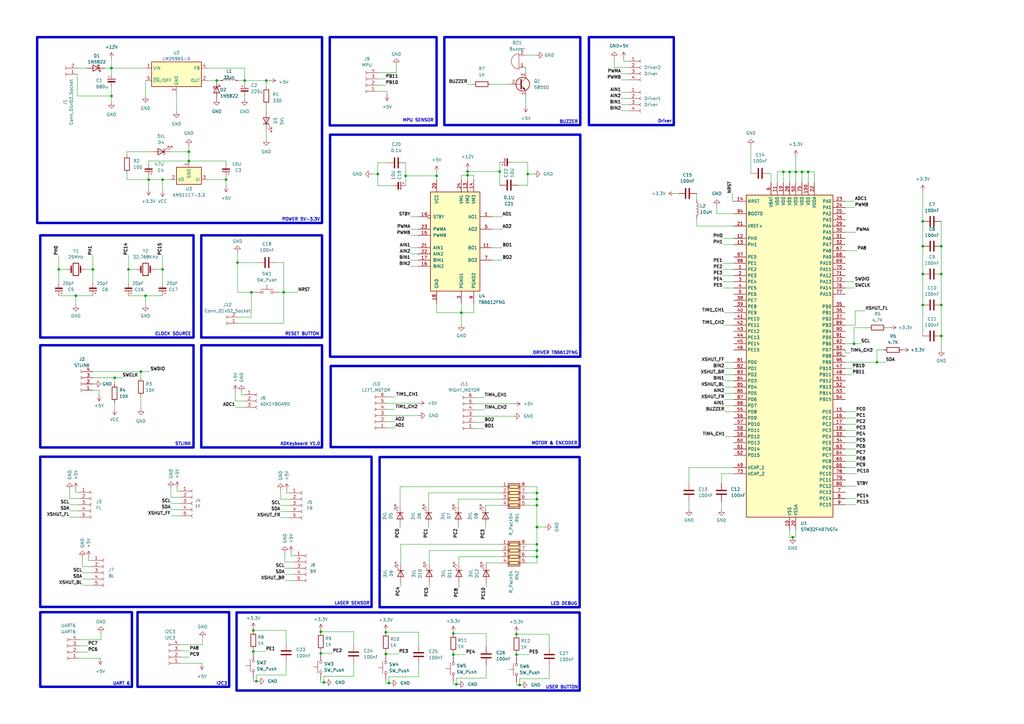
<source format=kicad_sch>
(kicad_sch (version 20230121) (generator eeschema)
  (paper "A3")
  (junction (at 325.12 220.345))
  (junction (at 116.332 119.888))
  (junction (at 378.46 125.095))
  (junction (at 386.08 125.095))
  (junction (at 159.512 280.162))
  (junction (at 24.13 110.49))
  (junction (at 220.218 204.724))
  (junction (at 100.33 33.02))
  (junction (at 211.836 260.096))
  (junction (at 52.705 110.49))
  (junction (at 92.71 73.66))
  (junction (at 158.242 268.224))
  (junction (at 60.96 73.66))
  (junction (at 103.886 267.208))
  (junction (at 131.572 259.08))
  (junction (at 59.69 121.285))
  (junction (at 77.47 66.04))
  (junction (at 216.408 71.374))
  (junction (at 185.928 259.842))
  (junction (at 38.1 110.49))
  (junction (at 378.46 112.395))
  (junction (at 158.242 259.334))
  (junction (at 220.218 223.266))
  (junction (at 97.409 107.696))
  (junction (at 88.9 33.02))
  (junction (at 46.99 154.94))
  (junction (at 213.106 280.924))
  (junction (at 109.22 33.02))
  (junction (at 191.77 71.882))
  (junction (at 103.886 258.572))
  (junction (at 154.94 71.374))
  (junction (at 105.156 279.4))
  (junction (at 185.928 268.478))
  (junction (at 103.124 119.888))
  (junction (at 204.978 70.358))
  (junction (at 323.85 70.485))
  (junction (at 45.72 27.94))
  (junction (at 328.93 70.485))
  (junction (at 66.675 110.49))
  (junction (at 331.47 70.485))
  (junction (at 189.23 128.27))
  (junction (at 187.198 280.67))
  (junction (at 321.31 70.485))
  (junction (at 350.266 140.97))
  (junction (at 57.785 152.4))
  (junction (at 378.46 100.965))
  (junction (at 220.218 216.154))
  (junction (at 220.218 225.806))
  (junction (at 378.46 90.805))
  (junction (at 45.72 39.37))
  (junction (at 386.08 137.795))
  (junction (at 211.836 268.478))
  (junction (at 66.675 73.66))
  (junction (at 131.572 267.97))
  (junction (at 132.842 279.908))
  (junction (at 386.08 100.965))
  (junction (at 77.47 62.23))
  (junction (at 191.77 70.358))
  (junction (at 220.218 207.264))
  (junction (at 166.37 72.136))
  (junction (at 179.07 72.136))
  (junction (at 386.08 112.395))
  (junction (at 359.664 148.59))
  (junction (at 220.218 228.346))
  (junction (at 220.218 202.184))
  (junction (at 326.39 70.485))
  (junction (at 31.115 121.285))
  (wire (pts (xy 103.886 267.208) (xy 103.886 267.97)))
  (wire (pts (xy 164.338 223.266) (xy 205.74 223.266)))
  (wire (pts (xy 31.115 121.285) (xy 38.1 121.285)))
  (wire (pts (xy 45.72 35.56) (xy 45.72 39.37)))
  (wire (pts (xy 362.458 143.51) (xy 359.664 143.51)))
  (wire (pts (xy 296.418 110.49) (xy 300.99 110.49)))
  (wire (pts (xy 152.4 71.374) (xy 154.94 71.374)))
  (wire (pts (xy 97.409 119.888) (xy 103.124 119.888)))
  (wire (pts (xy 216.408 66.548) (xy 216.408 71.374)))
  (wire (pts (xy 38.1 104.775) (xy 38.1 110.49)))
  (wire (pts (xy 32.385 201.93) (xy 31.115 201.93)))
  (wire (pts (xy 131.572 267.97) (xy 131.572 268.478)))
  (wire (pts (xy 386.08 100.965) (xy 386.08 112.395)))
  (wire (pts (xy 189.23 128.27) (xy 194.31 128.27)))
  (wire (pts (xy 189.23 73.66) (xy 189.23 71.882)))
  (wire (pts (xy 254.762 42.926) (xy 257.81 42.926)))
  (wire (pts (xy 346.71 95.25) (xy 351.028 95.25)))
  (wire (pts (xy 132.842 277.368) (xy 132.842 279.908)))
  (wire (pts (xy 166.37 66.802) (xy 166.37 72.136)))
  (wire (pts (xy 296.418 107.95) (xy 300.99 107.95)))
  (wire (pts (xy 158.242 267.208) (xy 158.242 268.224)))
  (wire (pts (xy 175.768 215.392) (xy 175.768 216.662)))
  (wire (pts (xy 103.886 258.064) (xy 103.886 258.572)))
  (wire (pts (xy 52.705 110.49) (xy 55.88 110.49)))
  (wire (pts (xy 74.168 272.034) (xy 82.804 272.034)))
  (wire (pts (xy 117.348 263.906) (xy 117.348 258.572)))
  (wire (pts (xy 85.09 73.66) (xy 92.71 73.66)))
  (wire (pts (xy 194.31 124.46) (xy 194.31 128.27)))
  (wire (pts (xy 176.022 231.394) (xy 176.022 225.806)))
  (wire (pts (xy 38.1 157.48) (xy 38.735 157.48)))
  (wire (pts (xy 166.37 72.136) (xy 166.37 76.2)))
  (wire (pts (xy 285.75 92.71) (xy 285.75 89.535)))
  (wire (pts (xy 346.71 153.67) (xy 349.504 153.67)))
  (wire (pts (xy 116.332 132.588) (xy 116.332 119.888)))
  (wire (pts (xy 300.355 82.55) (xy 300.355 79.375)))
  (wire (pts (xy 185.928 267.716) (xy 185.928 268.478)))
  (wire (pts (xy 166.37 72.136) (xy 179.07 72.136)))
  (wire (pts (xy 32.385 204.47) (xy 28.575 204.47)))
  (wire (pts (xy 201.93 93.98) (xy 205.994 93.98)))
  (wire (pts (xy 38.1 160.02) (xy 40.64 160.02)))
  (wire (pts (xy 92.71 66.04) (xy 92.71 67.31)))
  (wire (pts (xy 100.33 33.02) (xy 109.22 33.02)))
  (wire (pts (xy 350.266 134.366) (xy 350.266 140.97)))
  (wire (pts (xy 346.71 168.91) (xy 351.028 168.91)))
  (wire (pts (xy 24.13 104.775) (xy 24.13 110.49)))
  (wire (pts (xy 194.31 73.66) (xy 194.31 71.882)))
  (wire (pts (xy 220.218 225.806) (xy 215.9 225.806)))
  (wire (pts (xy 215.9 230.886) (xy 220.218 230.886)))
  (wire (pts (xy 103.886 258.572) (xy 103.886 258.826)))
  (wire (pts (xy 145.034 264.414) (xy 145.034 259.08)))
  (wire (pts (xy 66.675 73.66) (xy 69.85 73.66)))
  (wire (pts (xy 213.106 280.924) (xy 213.614 280.924)))
  (wire (pts (xy 185.928 280.67) (xy 187.198 280.67)))
  (wire (pts (xy 199.136 207.264) (xy 205.74 207.264)))
  (wire (pts (xy 74.168 269.494) (xy 77.724 269.494)))
  (wire (pts (xy 113.284 107.696) (xy 116.332 107.696)))
  (wire (pts (xy 194.818 170.688) (xy 210.566 170.688)))
  (wire (pts (xy 199.39 239.014) (xy 199.39 240.792)))
  (wire (pts (xy 158.75 172.974) (xy 162.052 172.974)))
  (wire (pts (xy 323.85 70.485) (xy 323.85 74.93)))
  (wire (pts (xy 52.705 104.775) (xy 52.705 110.49)))
  (wire (pts (xy 66.675 73.66) (xy 66.675 78.105)))
  (wire (pts (xy 116.84 233.045) (xy 120.65 233.045)))
  (wire (pts (xy 28.575 207.01) (xy 32.385 207.01)))
  (wire (pts (xy 117.348 276.86) (xy 105.156 276.86)))
  (wire (pts (xy 215.646 29.464) (xy 215.646 27.686)))
  (wire (pts (xy 168.402 104.14) (xy 171.45 104.14)))
  (wire (pts (xy 32.512 264.922) (xy 36.068 264.922)))
  (wire (pts (xy 297.18 156.21) (xy 300.99 156.21)))
  (wire (pts (xy 32.512 267.462) (xy 36.068 267.462)))
  (wire (pts (xy 116.84 230.505) (xy 116.84 226.695)))
  (wire (pts (xy 119.38 227.965) (xy 119.38 226.695)))
  (wire (pts (xy 43.18 27.94) (xy 45.72 27.94)))
  (wire (pts (xy 220.218 202.184) (xy 220.218 204.724)))
  (wire (pts (xy 100.33 161.925) (xy 99.06 161.925)))
  (wire (pts (xy 131.572 266.954) (xy 131.572 267.97)))
  (wire (pts (xy 191.77 71.882) (xy 191.77 73.66)))
  (wire (pts (xy 295.91 205.74) (xy 295.91 208.915)))
  (wire (pts (xy 77.47 62.23) (xy 77.47 66.04)))
  (wire (pts (xy 188.214 239.014) (xy 188.214 241.046)))
  (wire (pts (xy 296.418 113.03) (xy 300.99 113.03)))
  (wire (pts (xy 346.71 199.39) (xy 351.282 199.39)))
  (wire (pts (xy 257.81 25.146) (xy 255.778 25.146)))
  (wire (pts (xy 296.545 100.33) (xy 300.99 100.33)))
  (wire (pts (xy 97.79 130.048) (xy 103.124 130.048)))
  (wire (pts (xy 300.99 87.63) (xy 294.005 87.63)))
  (wire (pts (xy 307.975 59.69) (xy 307.975 71.12)))
  (wire (pts (xy 97.409 107.696) (xy 105.664 107.696)))
  (wire (pts (xy 59.69 121.285) (xy 66.675 121.285)))
  (wire (pts (xy 52.07 62.23) (xy 62.23 62.23)))
  (wire (pts (xy 297.18 153.67) (xy 300.99 153.67)))
  (wire (pts (xy 346.71 176.53) (xy 351.028 176.53)))
  (wire (pts (xy 171.704 264.668) (xy 171.704 259.334)))
  (wire (pts (xy 211.836 268.478) (xy 211.836 269.494)))
  (wire (pts (xy 187.96 215.392) (xy 187.96 216.662)))
  (wire (pts (xy 300.99 92.71) (xy 285.75 92.71)))
  (wire (pts (xy 254.762 45.466) (xy 257.81 45.466)))
  (wire (pts (xy 38.1 110.49) (xy 38.1 116.205)))
  (wire (pts (xy 386.08 125.095) (xy 386.08 137.795)))
  (wire (pts (xy 315.595 71.12) (xy 316.23 71.12)))
  (wire (pts (xy 297.18 148.59) (xy 300.99 148.59)))
  (wire (pts (xy 159.512 280.162) (xy 160.02 280.162)))
  (wire (pts (xy 201.422 34.544) (xy 208.026 34.544)))
  (wire (pts (xy 220.218 223.266) (xy 220.218 216.154)))
  (wire (pts (xy 282.575 191.77) (xy 282.575 198.12)))
  (wire (pts (xy 194.31 71.882) (xy 191.77 71.882)))
  (wire (pts (xy 158.242 268.224) (xy 163.576 268.224)))
  (wire (pts (xy 32.512 270.002) (xy 41.148 270.002)))
  (wire (pts (xy 189.23 128.27) (xy 189.23 124.46)))
  (wire (pts (xy 191.008 268.478) (xy 185.928 268.478)))
  (wire (pts (xy 282.575 205.74) (xy 282.575 208.915)))
  (wire (pts (xy 116.332 107.696) (xy 116.332 119.888)))
  (wire (pts (xy 110.49 33.02) (xy 109.22 33.02)))
  (wire (pts (xy 70.104 209.042) (xy 73.914 209.042)))
  (wire (pts (xy 70.104 206.502) (xy 73.914 206.502)))
  (wire (pts (xy 326.39 220.345) (xy 325.12 220.345)))
  (wire (pts (xy 77.47 66.04) (xy 92.71 66.04)))
  (wire (pts (xy 220.218 225.806) (xy 220.218 223.266)))
  (wire (pts (xy 164.084 215.392) (xy 164.084 216.662)))
  (wire (pts (xy 276.86 79.375) (xy 278.13 79.375)))
  (wire (pts (xy 27.305 110.49) (xy 24.13 110.49)))
  (wire (pts (xy 300.99 194.31) (xy 295.91 194.31)))
  (wire (pts (xy 211.836 259.588) (xy 211.836 260.096)))
  (wire (pts (xy 297.18 166.37) (xy 300.99 166.37)))
  (wire (pts (xy 350.774 127.508) (xy 350.774 133.35)))
  (wire (pts (xy 33.782 234.95) (xy 37.592 234.95)))
  (wire (pts (xy 346.71 82.55) (xy 350.52 82.55)))
  (wire (pts (xy 31.115 121.285) (xy 31.115 125.095)))
  (wire (pts (xy 191.77 70.358) (xy 204.978 70.358)))
  (wire (pts (xy 158.242 278.892) (xy 158.242 280.162)))
  (wire (pts (xy 318.77 70.485) (xy 321.31 70.485)))
  (wire (pts (xy 191.77 70.358) (xy 191.77 69.596)))
  (wire (pts (xy 161.29 76.2) (xy 154.94 76.2)))
  (wire (pts (xy 350.266 140.97) (xy 353.06 140.97)))
  (wire (pts (xy 378.46 78.486) (xy 378.46 90.805)))
  (wire (pts (xy 99.06 161.925) (xy 99.06 160.655)))
  (wire (pts (xy 114.554 119.888) (xy 116.332 119.888)))
  (wire (pts (xy 185.928 259.842) (xy 185.928 260.096)))
  (wire (pts (xy 46.99 165.1) (xy 46.99 167.64)))
  (wire (pts (xy 92.71 73.66) (xy 92.71 76.2)))
  (wire (pts (xy 199.39 259.842) (xy 185.928 259.842)))
  (wire (pts (xy 300.99 191.77) (xy 282.575 191.77)))
  (wire (pts (xy 57.785 162.56) (xy 57.785 167.64)))
  (wire (pts (xy 131.572 267.97) (xy 136.398 267.97)))
  (wire (pts (xy 164.084 207.772) (xy 164.084 199.644)))
  (wire (pts (xy 158.75 170.434) (xy 171.704 170.434)))
  (wire (pts (xy 28.575 209.55) (xy 32.385 209.55)))
  (wire (pts (xy 63.5 110.49) (xy 66.675 110.49)))
  (wire (pts (xy 57.785 152.4) (xy 57.785 154.94)))
  (wire (pts (xy 97.79 132.588) (xy 116.332 132.588)))
  (wire (pts (xy 115.062 212.344) (xy 118.872 212.344)))
  (wire (pts (xy 321.31 70.485) (xy 323.85 70.485)))
  (wire (pts (xy 52.07 73.66) (xy 60.96 73.66)))
  (wire (pts (xy 33.782 232.41) (xy 33.782 228.6)))
  (wire (pts (xy 52.705 121.285) (xy 59.69 121.285)))
  (wire (pts (xy 31.115 201.93) (xy 31.115 200.66)))
  (wire (pts (xy 220.218 230.886) (xy 220.218 228.346)))
  (wire (pts (xy 131.572 279.908) (xy 132.842 279.908)))
  (wire (pts (xy 225.298 278.384) (xy 213.106 278.384)))
  (wire (pts (xy 346.71 140.97) (xy 350.266 140.97)))
  (wire (pts (xy 154.94 29.845) (xy 162.56 29.845)))
  (wire (pts (xy 297.18 161.29) (xy 300.99 161.29)))
  (wire (pts (xy 57.785 152.4) (xy 61.595 152.4)))
  (wire (pts (xy 199.39 265.176) (xy 199.39 259.842)))
  (wire (pts (xy 326.39 64.262) (xy 326.39 70.485)))
  (wire (pts (xy 225.298 260.096) (xy 211.836 260.096)))
  (wire (pts (xy 92.71 72.39) (xy 92.71 73.66)))
  (wire (pts (xy 194.818 173.228) (xy 198.628 173.228)))
  (wire (pts (xy 213.106 278.384) (xy 213.106 280.924)))
  (wire (pts (xy 211.836 267.97) (xy 211.836 268.478)))
  (wire (pts (xy 378.46 100.965) (xy 378.46 112.395)))
  (wire (pts (xy 45.72 24.13) (xy 45.72 27.94)))
  (wire (pts (xy 179.07 124.46) (xy 179.07 128.27)))
  (wire (pts (xy 73.914 203.962) (xy 70.104 203.962)))
  (wire (pts (xy 115.062 209.804) (xy 118.872 209.804)))
  (wire (pts (xy 109.22 45.72) (xy 109.22 43.18)))
  (wire (pts (xy 60.96 66.04) (xy 77.47 66.04)))
  (wire (pts (xy 154.94 71.374) (xy 154.94 66.802)))
  (wire (pts (xy 323.85 217.17) (xy 323.85 220.345)))
  (wire (pts (xy 346.71 148.59) (xy 359.664 148.59)))
  (wire (pts (xy 254.762 32.766) (xy 257.81 32.766)))
  (wire (pts (xy 187.96 204.724) (xy 205.74 204.724)))
  (wire (pts (xy 154.94 34.925) (xy 158.115 34.925)))
  (wire (pts (xy 116.332 119.888) (xy 122.174 119.888)))
  (wire (pts (xy 77.47 59.69) (xy 77.47 62.23)))
  (wire (pts (xy 215.646 27.686) (xy 215.392 27.686)))
  (wire (pts (xy 158.242 280.162) (xy 159.512 280.162)))
  (wire (pts (xy 97.79 33.02) (xy 100.33 33.02)))
  (wire (pts (xy 60.96 72.39) (xy 60.96 73.66)))
  (wire (pts (xy 131.572 259.08) (xy 131.572 259.334)))
  (wire (pts (xy 103.886 267.208) (xy 108.966 267.208)))
  (wire (pts (xy 346.71 173.99) (xy 351.028 173.99)))
  (wire (pts (xy 41.402 262.382) (xy 41.402 259.588)))
  (wire (pts (xy 103.886 278.13) (xy 103.886 279.4)))
  (wire (pts (xy 194.818 175.768) (xy 198.628 175.768)))
  (wire (pts (xy 131.572 278.638) (xy 131.572 279.908)))
  (wire (pts (xy 185.928 279.4) (xy 185.928 280.67)))
  (wire (pts (xy 386.08 137.795) (xy 386.08 143.51)))
  (wire (pts (xy 346.71 85.09) (xy 350.52 85.09)))
  (wire (pts (xy 359.664 148.59) (xy 363.22 148.59)))
  (wire (pts (xy 185.928 268.478) (xy 185.928 269.24)))
  (wire (pts (xy 38.1 152.4) (xy 57.785 152.4)))
  (wire (pts (xy 179.07 128.27) (xy 189.23 128.27)))
  (wire (pts (xy 346.71 191.77) (xy 351.028 191.77)))
  (wire (pts (xy 164.084 199.644) (xy 205.74 199.644)))
  (wire (pts (xy 251.968 23.876) (xy 251.968 27.686)))
  (wire (pts (xy 326.39 70.485) (xy 328.93 70.485)))
  (wire (pts (xy 100.33 27.94) (xy 100.33 33.02)))
  (wire (pts (xy 100.33 164.465) (xy 96.52 164.465)))
  (wire (pts (xy 216.916 268.478) (xy 211.836 268.478)))
  (wire (pts (xy 100.33 39.37) (xy 100.33 40.64)))
  (wire (pts (xy 38.1 154.94) (xy 46.99 154.94)))
  (wire (pts (xy 378.46 90.805) (xy 378.46 100.965)))
  (wire (pts (xy 285.75 79.375) (xy 285.75 81.915)))
  (wire (pts (xy 45.72 30.48) (xy 45.72 27.94)))
  (wire (pts (xy 218.948 71.374) (xy 216.408 71.374)))
  (wire (pts (xy 210.058 66.548) (xy 216.408 66.548)))
  (wire (pts (xy 323.85 220.345) (xy 325.12 220.345)))
  (wire (pts (xy 69.85 62.23) (xy 77.47 62.23)))
  (wire (pts (xy 175.768 207.772) (xy 175.768 202.184)))
  (wire (pts (xy 215.646 39.624) (xy 215.646 43.434)))
  (wire (pts (xy 66.675 110.49) (xy 66.675 116.205)))
  (wire (pts (xy 168.402 88.9) (xy 171.45 88.9)))
  (wire (pts (xy 346.71 186.69) (xy 351.028 186.69)))
  (wire (pts (xy 45.72 27.94) (xy 59.69 27.94)))
  (wire (pts (xy 168.402 96.52) (xy 171.45 96.52)))
  (wire (pts (xy 386.08 112.395) (xy 386.08 125.095)))
  (wire (pts (xy 158.75 162.814) (xy 162.306 162.814)))
  (wire (pts (xy 346.71 151.13) (xy 349.504 151.13)))
  (wire (pts (xy 158.75 175.514) (xy 162.052 175.514)))
  (wire (pts (xy 162.56 29.845) (xy 162.56 26.67)))
  (wire (pts (xy 158.75 167.894) (xy 162.052 167.894)))
  (wire (pts (xy 201.93 106.68) (xy 205.994 106.68)))
  (wire (pts (xy 158.75 37.465) (xy 158.75 38.735)))
  (wire (pts (xy 74.168 264.414) (xy 83.058 264.414)))
  (wire (pts (xy 191.77 34.544) (xy 193.802 34.544)))
  (wire (pts (xy 346.71 194.31) (xy 351.282 194.31)))
  (wire (pts (xy 88.9 33.02) (xy 90.17 33.02)))
  (wire (pts (xy 216.408 71.374) (xy 216.408 75.946)))
  (wire (pts (xy 321.31 70.485) (xy 321.31 74.93)))
  (wire (pts (xy 103.886 266.446) (xy 103.886 267.208)))
  (wire (pts (xy 46.99 154.94) (xy 46.99 157.48)))
  (wire (pts (xy 118.872 204.724) (xy 115.062 204.724)))
  (wire (pts (xy 346.71 143.51) (xy 346.71 144.78)))
  (wire (pts (xy 31.75 39.37) (xy 45.72 39.37)))
  (wire (pts (xy 168.402 106.68) (xy 171.45 106.68)))
  (wire (pts (xy 74.168 266.954) (xy 77.724 266.954)))
  (wire (pts (xy 176.022 225.806) (xy 205.74 225.806)))
  (wire (pts (xy 117.348 258.572) (xy 103.886 258.572)))
  (wire (pts (xy 346.71 204.47) (xy 351.155 204.47)))
  (wire (pts (xy 297.18 133.35) (xy 300.99 133.35)))
  (wire (pts (xy 220.218 202.184) (xy 215.9 202.184)))
  (wire (pts (xy 188.214 231.394) (xy 188.214 228.346)))
  (wire (pts (xy 31.75 30.48) (xy 31.75 39.37)))
  (wire (pts (xy 220.218 204.724) (xy 220.218 207.264)))
  (wire (pts (xy 211.836 280.924) (xy 213.106 280.924)))
  (wire (pts (xy 85.09 27.94) (xy 100.33 27.94)))
  (wire (pts (xy 40.64 160.02) (xy 40.64 161.925)))
  (wire (pts (xy 31.75 27.94) (xy 35.56 27.94)))
  (wire (pts (xy 70.104 203.962) (xy 70.104 200.152)))
  (wire (pts (xy 296.545 97.79) (xy 300.99 97.79)))
  (wire (pts (xy 191.77 71.882) (xy 191.77 70.358)))
  (wire (pts (xy 179.07 70.612) (xy 179.07 72.136)))
  (wire (pts (xy 297.18 158.75) (xy 300.99 158.75)))
  (wire (pts (xy 33.782 237.49) (xy 37.592 237.49)))
  (wire (pts (xy 145.034 259.08) (xy 131.572 259.08)))
  (wire (pts (xy 211.836 260.096) (xy 211.836 260.35)))
  (wire (pts (xy 154.94 66.802) (xy 158.75 66.802)))
  (wire (pts (xy 37.592 229.87) (xy 36.322 229.87)))
  (wire (pts (xy 103.124 119.888) (xy 104.394 119.888)))
  (wire (pts (xy 350.774 127.508) (xy 354.838 127.508)))
  (wire (pts (xy 254.762 40.386) (xy 257.81 40.386)))
  (wire (pts (xy 220.218 228.346) (xy 215.9 228.346)))
  (wire (pts (xy 346.71 118.11) (xy 350.52 118.11)))
  (wire (pts (xy 204.978 70.358) (xy 204.978 75.946)))
  (wire (pts (xy 60.96 73.66) (xy 60.96 77.47)))
  (wire (pts (xy 60.96 66.04) (xy 60.96 67.31)))
  (wire (pts (xy 220.218 228.346) (xy 220.218 225.806)))
  (wire (pts (xy 328.93 70.485) (xy 331.47 70.485)))
  (wire (pts (xy 251.968 27.686) (xy 257.81 27.686)))
  (wire (pts (xy 199.39 272.796) (xy 199.39 278.13)))
  (wire (pts (xy 225.298 265.43) (xy 225.298 260.096)))
  (wire (pts (xy 215.392 22.606) (xy 219.964 22.606)))
  (wire (pts (xy 34.925 110.49) (xy 38.1 110.49)))
  (wire (pts (xy 185.928 259.334) (xy 185.928 259.842)))
  (wire (pts (xy 117.602 202.184) (xy 117.602 200.914)))
  (wire (pts (xy 36.322 229.87) (xy 36.322 228.6)))
  (wire (pts (xy 70.104 211.582) (xy 73.914 211.582)))
  (wire (pts (xy 346.71 189.23) (xy 351.028 189.23)))
  (wire (pts (xy 158.242 259.334) (xy 158.242 259.588)))
  (wire (pts (xy 294.005 87.63) (xy 294.005 84.455)))
  (wire (pts (xy 72.644 201.422) (xy 72.644 200.152)))
  (wire (pts (xy 220.218 207.264) (xy 220.218 216.154)))
  (wire (pts (xy 296.418 115.57) (xy 300.99 115.57)))
  (wire (pts (xy 100.33 33.02) (xy 100.33 34.29)))
  (wire (pts (xy 318.77 74.93) (xy 318.77 70.485)))
  (wire (pts (xy 117.348 271.526) (xy 117.348 276.86)))
  (wire (pts (xy 331.47 74.93) (xy 331.47 70.485)))
  (wire (pts (xy 194.818 165.608) (xy 210.82 165.608)))
  (wire (pts (xy 187.198 278.13) (xy 187.198 280.67)))
  (wire (pts (xy 24.13 110.49) (xy 24.13 116.205)))
  (wire (pts (xy 201.93 88.9) (xy 205.994 88.9)))
  (wire (pts (xy 105.156 276.86) (xy 105.156 279.4)))
  (wire (pts (xy 220.218 199.644) (xy 220.218 202.184)))
  (wire (pts (xy 199.136 207.772) (xy 199.136 207.264)))
  (wire (pts (xy 201.93 101.6) (xy 205.994 101.6)))
  (wire (pts (xy 103.124 130.048) (xy 103.124 119.888)))
  (wire (pts (xy 164.338 239.014) (xy 164.338 240.538)))
  (wire (pts (xy 328.93 74.93) (xy 328.93 70.485)))
  (wire (pts (xy 350.774 133.35) (xy 346.71 133.35)))
  (wire (pts (xy 334.01 74.93) (xy 334.01 70.485)))
  (wire (pts (xy 154.94 32.385) (xy 158.115 32.385)))
  (wire (pts (xy 346.71 171.45) (xy 351.028 171.45)))
  (wire (pts (xy 326.39 217.17) (xy 326.39 220.345)))
  (wire (pts (xy 171.704 259.334) (xy 158.242 259.334)))
  (wire (pts (xy 189.23 71.882) (xy 191.77 71.882)))
  (wire (pts (xy 179.07 72.136) (xy 179.07 73.66)))
  (wire (pts (xy 199.39 231.394) (xy 199.39 230.886)))
  (wire (pts (xy 346.71 144.78) (xy 348.742 144.78)))
  (wire (pts (xy 188.214 228.346) (xy 205.74 228.346)))
  (wire (pts (xy 120.65 227.965) (xy 119.38 227.965)))
  (wire (pts (xy 189.23 128.524) (xy 189.23 133.096)))
  (wire (pts (xy 132.842 279.908) (xy 133.35 279.908)))
  (wire (pts (xy 211.836 279.654) (xy 211.836 280.924)))
  (wire (pts (xy 199.136 215.392) (xy 199.136 216.916)))
  (wire (pts (xy 72.39 38.1) (xy 72.39 45.72)))
  (wire (pts (xy 37.592 232.41) (xy 33.782 232.41)))
  (wire (pts (xy 97.409 103.378) (xy 97.409 107.696)))
  (wire (pts (xy 154.94 37.465) (xy 158.75 37.465)))
  (wire (pts (xy 52.07 62.23) (xy 52.07 63.5)))
  (wire (pts (xy 73.914 201.422) (xy 72.644 201.422)))
  (wire (pts (xy 105.156 279.4) (xy 105.664 279.4)))
  (wire (pts (xy 145.034 272.034) (xy 145.034 277.368)))
  (wire (pts (xy 159.512 277.622) (xy 159.512 280.162)))
  (wire (pts (xy 297.18 128.27) (xy 300.99 128.27)))
  (wire (pts (xy 254.762 37.846) (xy 257.81 37.846)))
  (wire (pts (xy 97.409 107.696) (xy 97.409 119.888)))
  (wire (pts (xy 254.762 30.226) (xy 257.81 30.226)))
  (wire (pts (xy 59.69 33.02) (xy 59.69 39.37)))
  (wire (pts (xy 176.022 239.014) (xy 176.022 240.792)))
  (wire (pts (xy 145.034 277.368) (xy 132.842 277.368)))
  (wire (pts (xy 115.062 204.724) (xy 115.062 200.914)))
  (wire (pts (xy 194.818 163.068) (xy 198.628 163.068)))
  (wire (pts (xy 175.768 202.184) (xy 205.74 202.184)))
  (wire (pts (xy 45.72 39.37) (xy 45.72 41.91)))
  (wire (pts (xy 297.434 179.07) (xy 300.99 179.07)))
  (wire (pts (xy 103.886 279.4) (xy 105.156 279.4)))
  (wire (pts (xy 28.575 212.09) (xy 32.385 212.09)))
  (wire (pts (xy 297.18 151.13) (xy 300.99 151.13)))
  (wire (pts (xy 295.91 194.31) (xy 295.91 198.12)))
  (wire (pts (xy 359.664 143.51) (xy 359.664 148.59)))
  (wire (pts (xy 363.728 134.366) (xy 364.998 134.366)))
  (wire (pts (xy 168.402 109.22) (xy 171.45 109.22)))
  (wire (pts (xy 131.572 258.572) (xy 131.572 259.08)))
  (wire (pts (xy 296.418 118.11) (xy 300.99 118.11)))
  (wire (pts (xy 216.408 75.946) (xy 212.598 75.946)))
  (wire (pts (xy 346.71 102.87) (xy 351.536 102.87)))
  (wire (pts (xy 52.705 110.49) (xy 52.705 116.205)))
  (wire (pts (xy 220.218 204.724) (xy 215.9 204.724)))
  (wire (pts (xy 297.18 168.91) (xy 300.99 168.91)))
  (wire (pts (xy 154.94 76.2) (xy 154.94 71.374)))
  (wire (pts (xy 168.402 93.98) (xy 171.45 93.98)))
  (wire (pts (xy 215.9 207.264) (xy 220.218 207.264)))
  (wire (pts (xy 346.71 115.57) (xy 350.52 115.57)))
  (wire (pts (xy 109.22 53.34) (xy 109.22 57.15)))
  (wire (pts (xy 33.782 240.03) (xy 37.592 240.03)))
  (wire (pts (xy 334.01 70.485) (xy 331.47 70.485)))
  (wire (pts (xy 187.96 207.772) (xy 187.96 204.724)))
  (wire (pts (xy 225.298 273.05) (xy 225.298 278.384)))
  (wire (pts (xy 115.062 207.264) (xy 118.872 207.264)))
  (wire (pts (xy 85.09 33.02) (xy 88.9 33.02)))
  (wire (pts (xy 316.23 71.12) (xy 316.23 74.93)))
  (wire (pts (xy 378.46 112.395) (xy 378.46 125.095)))
  (wire (pts (xy 326.39 70.485) (xy 326.39 74.93)))
  (wire (pts (xy 158.242 258.826) (xy 158.242 259.334)))
  (wire (pts (xy 194.818 168.148) (xy 198.628 168.148)))
  (wire (pts (xy 323.85 70.485) (xy 326.39 70.485)))
  (wire (pts (xy 300.99 82.55) (xy 300.355 82.55)))
  (wire (pts (xy 171.704 272.288) (xy 171.704 277.622)))
  (wire (pts (xy 158.242 268.224) (xy 158.242 268.732)))
  (wire (pts (xy 164.338 231.394) (xy 164.338 223.266)))
  (wire (pts (xy 60.96 73.66) (xy 66.675 73.66)))
  (wire (pts (xy 28.575 204.47) (xy 28.575 200.66)))
  (wire (pts (xy 220.218 223.266) (xy 215.9 223.266)))
  (wire (pts (xy 346.71 184.15) (xy 351.028 184.15)))
  (wire (pts (xy 96.52 164.465) (xy 96.52 160.655)))
  (wire (pts (xy 297.18 163.83) (xy 300.99 163.83)))
  (wire (pts (xy 168.402 101.6) (xy 171.45 101.6)))
  (wire (pts (xy 109.22 33.02) (xy 109.22 35.56)))
  (wire (pts (xy 158.75 165.354) (xy 171.45 165.354)))
  (wire (pts (xy 96.52 167.005) (xy 100.33 167.005)))
  (wire (pts (xy 199.39 278.13) (xy 187.198 278.13)))
  (wire (pts (xy 386.08 90.805) (xy 386.08 100.965)))
  (wire (pts (xy 346.71 181.61) (xy 351.028 181.61)))
  (wire (pts (xy 346.71 207.01) (xy 351.155 207.01)))
  (wire (pts (xy 187.198 280.67) (xy 187.706 280.67)))
  (wire (pts (xy 255.778 25.146) (xy 255.778 23.876)))
  (wire (pts (xy 66.675 104.775) (xy 66.675 110.49)))
  (wire (pts (xy 378.46 125.095) (xy 378.46 137.795)))
  (wire (pts (xy 204.978 66.548) (xy 204.978 70.358)))
  (wire (pts (xy 350.266 134.366) (xy 356.108 134.366)))
  (wire (pts (xy 118.872 202.184) (xy 117.602 202.184)))
  (wire (pts (xy 46.99 154.94) (xy 50.165 154.94)))
  (wire (pts (xy 215.9 199.644) (xy 220.218 199.644)))
  (wire (pts (xy 116.84 235.585) (xy 120.65 235.585)))
  (wire (pts (xy 116.84 238.125) (xy 120.65 238.125)))
  (wire (pts (xy 24.13 121.285) (xy 31.115 121.285)))
  (wire (pts (xy 83.058 264.414) (xy 83.058 261.62)))
  (wire (pts (xy 59.69 121.285) (xy 59.69 125.095)))
  (wire (pts (xy 32.512 262.382) (xy 41.402 262.382)))
  (wire (pts (xy 120.65 230.505) (xy 116.84 230.505)))
  (wire (pts (xy 220.218 216.154) (xy 223.52 216.154)))
  (wire (pts (xy 52.07 71.12) (xy 52.07 73.66)))
  (wire (pts (xy 171.704 277.622) (xy 159.512 277.622)))
  (wire (pts (xy 346.71 179.07) (xy 351.028 179.07)))
  (wire (pts (xy 199.39 230.886) (xy 205.74 230.886)))
  (rectangle (start 16.51 141.605) (end 79.375 183.515) (stroke (width 1)))
  (rectangle (start 82.55 96.52) (end 132.08 138.43) (stroke (width 1)))
  (rectangle (start 135.255 15.24) (end 179.07 51.435) (stroke (width 1)))
  (rectangle (start 56.388 251.079) (end 93.98 281.686) (stroke (width 1)))
  (rectangle (start 15.24 15.24) (end 132.08 91.44) (stroke (width 1)))
  (rectangle (start 16.51 251.079) (end 54.102 281.686) (stroke (width 1)))
  (rectangle (start 97.028 251.206) (end 237.744 283.21) (stroke (width 1)))
  (rectangle (start 155.702 187.452) (end 237.744 249.047) (stroke (width 1)))
  (rectangle (start 16.51 187.325) (end 152.4 248.92) (stroke (width 1)))
  (rectangle (start 135.382 55.245) (end 237.998 146.304) (stroke (width 1)))
  (rectangle (start 16.51 96.52) (end 79.375 138.43) (stroke (width 1)))
  (rectangle (start 82.55 141.605) (end 132.08 183.515) (stroke (width 1)))
  (rectangle (start 241.554 15.24) (end 276.352 51.308) (stroke (width 1)))
  (rectangle (start 135.636 150.114) (end 237.744 183.388) (stroke (width 1)))
  (rectangle (start 182.245 15.24) (end 237.998 51.308) (stroke (width 1)))
  (text "Driver\n" (at 269.748 50.546 0) (effects (font (size 1.27 1.27) bold) (justify left bottom)))
  (text "BUZZER\n" (at 229.362 50.8 0) (effects (font (size 1.27 1.27) bold) (justify left bottom)))
  (text "RESET BUTTON\n" (at 116.84 137.795 0) (effects (font (size 1.27 1.27) bold) (justify left bottom)))
  (text "I2C3\n" (at 88.646 281.178 0) (effects (font (size 1.27 1.27) bold) (justify left bottom)))
  (text "MOTOR & ENCODER\n" (at 217.932 182.626 0) (effects (font (size 1.27 1.27) bold) (justify left bottom)))
  (text "UART 6" (at 46.228 281.178 0) (effects (font (size 1.27 1.27) bold) (justify left bottom)))
  (text "LASER SENSOR\n" (at 137.16 248.285 0) (effects (font (size 1.27 1.27) bold) (justify left bottom)))
  (text "MPU SENSOR\n" (at 165.1 50.165 0) (effects (font (size 1.27 1.27) bold) (justify left bottom)))
  (text "ADKeyboard V1.0\n" (at 114.935 182.88 0) (effects (font (size 1.27 1.27) bold) (justify left bottom)))
  (text "POWER 5V-3.3V" (at 115.57 90.805 0) (effects (font (size 1.27 1.27) (thickness 0.254) bold) (justify left bottom)))
  (text "DRIVER TB6612FNG\n\n" (at 218.44 147.574 0) (effects (font (size 1.27 1.27) bold) (justify left bottom)))
  (text "CLOCK SOURCE\n" (at 63.5 137.795 0) (effects (font (size 1.27 1.27) bold) (justify left bottom)))
  (text "STLINK\n" (at 71.755 182.88 0) (effects (font (size 1.27 1.27) bold) (justify left bottom)))
  (text "USER BUTTON\n" (at 223.774 282.702 0) (effects (font (size 1.27 1.27) bold) (justify left bottom)))
  (text "LED DEBUG\n" (at 225.806 248.412 0) (effects (font (size 1.27 1.27) bold) (justify left bottom)))
  (label "SWCLK" (at 350.52 118.11 0) (effects (font bold)))
  (label "PH1" (at 38.1 104.775 90) (effects (font bold)))
  (label "AIN2" (at 297.18 161.29 180) (effects (font bold)))
  (label "PE4" (at 191.008 268.478 0) (effects (font bold)))
  (label "PC1" (at 175.768 216.662 270) (effects (font bold)))
  (label "PB11" (at 349.504 153.67 0) (effects (font bold)))
  (label "PC4" (at 351.028 179.07 0) (effects (font bold)))
  (label "TIM1_CH1" (at 162.306 162.814 0) (effects (font bold)))
  (label "SDA" (at 70.104 209.042 180) (effects (font bold)))
  (label "PB11" (at 158.115 32.385 0) (effects (font bold)))
  (label "PE2" (at 296.418 110.49 180) (effects (font bold)))
  (label "XSHUT_BR" (at 297.18 153.67 180) (effects (font (thickness 0.254) bold)))
  (label "AIN1" (at 168.402 101.6 180) (effects (font bold)))
  (label "PE2" (at 136.398 267.97 0) (effects (font bold)))
  (label "BO2" (at 198.628 173.228 0) (effects (font bold)))
  (label "SDA" (at 28.575 209.55 180) (effects (font bold)))
  (label "XSHUT_FF" (at 70.104 211.582 180) (effects (font (thickness 0.254) bold)))
  (label "SCL" (at 28.575 207.01 180) (effects (font bold)))
  (label "PC5" (at 176.022 240.792 270) (effects (font bold)))
  (label "SCL" (at 115.062 207.264 180) (effects (font bold)))
  (label "BO1" (at 205.994 101.6 0) (effects (font bold)))
  (label "XSHUT_FR" (at 115.062 212.344 180) (effects (font (thickness 0.254) bold)))
  (label "PWMA" (at 351.028 95.25 0) (effects (font bold)))
  (label "PH0" (at 296.545 97.79 180) (effects (font bold)))
  (label "SWDIO" (at 350.52 115.57 0) (effects (font bold)))
  (label "PC15" (at 66.675 104.775 90) (effects (font bold)))
  (label "BIN2" (at 168.402 109.22 180) (effects (font bold)))
  (label "PC7" (at 351.028 186.69 0) (effects (font bold)))
  (label "STBY" (at 351.282 199.39 0) (effects (font bold)))
  (label "PWMA" (at 168.402 93.98 180) (effects (font bold)))
  (label "TIM4_CH1" (at 198.628 163.068 0) (effects (font bold)))
  (label "AIN2" (at 168.402 104.14 180) (effects (font bold)))
  (label "BIN2" (at 297.18 151.13 180) (effects (font bold)))
  (label "ADC1" (at 350.52 82.55 0) (effects (font bold)))
  (label "SCL" (at 116.84 233.045 180) (effects (font bold)))
  (label "XSHUT_FF" (at 297.18 148.59 180) (effects (font (thickness 0.254) bold)))
  (label "BO1" (at 198.628 175.768 0) (effects (font bold)))
  (label "SCL" (at 33.782 234.95 180) (effects (font bold)))
  (label "PB10" (at 349.504 151.13 0) (effects (font bold)))
  (label "PC0" (at 351.028 168.91 0) (effects (font bold)))
  (label "PC5" (at 351.028 181.61 0) (effects (font bold)))
  (label "XSHUT_BL" (at 297.18 158.75 180) (effects (font (thickness 0.254) bold)))
  (label "XSHUT_BL" (at 33.782 240.03 180) (effects (font (thickness 0.254) bold)))
  (label "AO2" (at 162.052 172.974 0) (effects (font bold)))
  (label "BUZZER" (at 297.18 168.91 180) (effects (font bold)))
  (label "PC14" (at 351.155 204.47 0) (effects (font bold)))
  (label "PC4" (at 164.338 240.538 270) (effects (font bold)))
  (label "AO1" (at 162.052 175.514 0) (effects (font bold)))
  (label "PC0" (at 164.084 216.662 270) (effects (font bold)))
  (label "BIN1" (at 297.18 156.21 180) (effects (font bold)))
  (label "SDA" (at 115.062 209.804 180) (effects (font bold)))
  (label "PC2" (at 187.96 216.662 270) (effects (font bold)))
  (label "PB10" (at 158.115 34.925 0) (effects (font bold)))
  (label "SWCLK" (at 50.165 154.94 0) (effects (font bold)))
  (label "PA8" (at 77.724 266.954 0) (effects (font bold)))
  (label "PE5" (at 216.916 268.478 0) (effects (font bold)))
  (label "PC15" (at 351.155 207.01 0) (effects (font bold)))
  (label "PWMB" (at 350.52 85.09 0) (effects (font bold)))
  (label "PE3" (at 163.576 268.224 0) (effects (font bold)))
  (label "XSHUT_FL" (at 28.575 212.09 180) (effects (font bold)))
  (label "AIN1" (at 254.762 37.846 180) (effects (font bold)))
  (label "PC7" (at 36.068 264.922 0) (effects (font bold)))
  (label "XSHUT_BR" (at 116.84 238.125 180) (effects (font (thickness 0.254) bold)))
  (label "NRST" (at 122.174 119.888 0) (effects (font bold)))
  (label "TIM4_CH2" (at 348.742 144.78 0) (effects (font bold)))
  (label "AO2" (at 205.994 93.98 0) (effects (font bold)))
  (label "SCL" (at 70.104 206.502 180) (effects (font bold)))
  (label "PC2" (at 351.028 173.99 0) (effects (font bold)))
  (label "PC10" (at 351.282 194.31 0) (effects (font bold)))
  (label "PC1" (at 351.028 171.45 0) (effects (font bold)))
  (label "BIN1" (at 254.762 42.926 180) (effects (font bold)))
  (label "BUZZER" (at 191.77 34.544 180) (effects (font bold)))
  (label "BIN2" (at 254.762 45.466 180) (effects (font bold)))
  (label "AO1" (at 205.994 88.9 0) (effects (font bold)))
  (label "BIN1" (at 168.402 106.68 180) (effects (font bold)))
  (label "PC10" (at 199.39 240.792 270) (effects (font bold)))
  (label "PC8" (at 351.028 189.23 0) (effects (font bold)))
  (label "PC14" (at 52.705 104.775 90) (effects (font bold)))
  (label "SDA" (at 33.782 237.49 180) (effects (font bold)))
  (label "PC3" (at 199.136 216.916 270) (effects (font bold)))
  (label "PA8" (at 351.536 102.87 0) (effects (font bold)))
  (label "PC6" (at 351.028 184.15 0) (effects (font bold)))
  (label "XSHUT_FR" (at 297.18 163.83 180) (effects (font (thickness 0.254) bold)))
  (label "PE5" (at 296.418 118.11 180) (effects (font bold)))
  (label "PH0" (at 24.13 104.775 90) (effects (font bold)))
  (label "SDA" (at 363.22 148.59 0) (effects (font bold)))
  (label "AIN1" (at 297.18 166.37 180) (effects (font bold)))
  (label "PC9" (at 351.028 191.77 0) (effects (font bold)))
  (label "PE3" (at 296.418 113.03 180) (effects (font bold)))
  (label "TIM1_CH2" (at 162.052 167.894 0) (effects (font bold)))
  (label "STBY" (at 168.402 88.9 180) (effects (font bold)))
  (label "TIM1_CH2" (at 297.18 133.35 180) (effects (font bold)))
  (label "NRST" (at 300.355 79.375 90) (effects (font bold)))
  (label "PE1" (at 108.966 267.208 0) (effects (font bold)))
  (label "PC3" (at 351.028 176.53 0) (effects (font bold)))
  (label "TIM4_CH1" (at 297.434 179.07 180) (effects (font bold)))
  (label "SDA" (at 116.84 235.585 180) (effects (font bold)))
  (label "PC6" (at 36.068 267.462 0) (effects (font bold)))
  (label "PE4" (at 296.418 115.57 180) (effects (font bold)))
  (label "BO2" (at 205.994 106.68 0) (effects (font bold)))
  (label "XSHUT_FL" (at 354.838 127.508 0) (effects (font bold)))
  (label "TIM1_CH1" (at 297.18 128.27 180) (effects (font bold)))
  (label "TIM4_CH2" (at 198.628 168.148 0) (effects (font bold)))
  (label "PWMA" (at 254.762 30.226 180) (effects (font bold)))
  (label "PWMB" (at 254.762 32.766 180) (effects (font bold)))
  (label "PWMB" (at 168.402 96.52 180) (effects (font bold)))
  (label "PC9" (at 77.724 269.494 0) (effects (font bold)))
  (label "SWDIO" (at 61.595 152.4 0) (effects (font bold)))
  (label "SCL" (at 353.06 140.97 0) (effects (font bold)))
  (label "PH1" (at 296.545 100.33 180) (effects (font bold)))
  (label "ADC1" (at 96.52 167.005 180) (effects (font bold)))
  (label "PE1" (at 296.418 107.95 180) (effects (font bold)))
  (label "PC8" (at 188.214 241.046 270) (effects (font bold)))
  (label "AIN2" (at 254.762 40.386 180) (effects (font bold)))
  (symbol (lib_id "power:+12V") (at 45.72 24.13 0) (unit 1)
    (property "Reference" "#PWR044" (effects hide))
    (property "Value" "+12V" (at 45.72 19.304 0))
  )
  (symbol (lib_id "power:GND") (at 171.704 170.434 90) (unit 1)
    (property "Reference" "#PWR050" (effects hide))
    (property "Value" "GND" (at 175.768 170.434 90) (effects (justify right)))
  )
  (symbol (lib_id "power:+5V") (at 96.52 160.655 0) (unit 1)
    (property "Reference" "#PWR038" (effects hide))
    (property "Value" "+5V" (at 96.52 156.845 90) (effects (justify left)))
  )
  (symbol (lib_id "power:+3.3V") (at 211.836 259.588 0) (unit 1)
    (property "Reference" "#PWR069" (effects hide))
    (property "Value" "+3.3V" (at 211.836 255.016 0))
  )
  (symbol (lib_id "power:+5V") (at 119.38 226.695 0) (unit 1)
    (property "Reference" "#PWR037" (effects hide))
    (property "Value" "+5V" (at 119.38 222.885 90) (effects (justify left)))
  )
  (symbol (lib_id "Device:C") (at 382.27 125.095 90) (unit 1)
    (property "Reference" "C10" (at 382.27 118.11 90))
    (property "Value" "100nF" (at 382.27 120.65 90))
    (property "Footprint" "Capacitor_SMD:C_0805_2012Metric_Pad1.18x1.45mm_HandSolder" (effects hide))
  )
  (symbol (lib_id "Switch:SW_Push") (at 103.886 273.05 90) (unit 1)
    (property "Reference" "SW2" (at 105.156 271.78 90) (effects (justify right)))
    (property "Value" "SW_Push" (at 105.156 274.32 90) (effects (justify right)))
    (property "Footprint" "Button_Switch_SMD:SW_Tactile_SPST_NO_Straight_CK_PTS636Sx25SMTRLFS" (effects hide))
  )
  (symbol (lib_id "power:+5V") (at 117.602 200.914 0) (unit 1)
    (property "Reference" "#PWR031" (effects hide))
    (property "Value" "+5V" (at 117.602 197.104 90) (effects (justify left)))
  )
  (symbol (lib_id "power:+5V") (at 36.322 228.6 0) (unit 1)
    (property "Reference" "#PWR033" (effects hide))
    (property "Value" "+5V" (at 36.322 224.79 90) (effects (justify left)))
  )
  (symbol (lib_id "Device:LED") (at 164.338 235.204 270) (unit 1)
    (property "Reference" "D9" (at 160.528 235.204 0))
    (property "Value" "3VL" (at 157.988 235.204 0))
    (property "Footprint" "LED_SMD:LED_0805_2012Metric_Pad1.15x1.40mm_HandSolder" (effects hide))
  )
  (symbol (lib_id "Device:C") (at 382.27 137.795 90) (unit 1)
    (property "Reference" "C11" (at 382.27 130.81 90))
    (property "Value" "100nF" (at 382.27 133.35 90))
    (property "Footprint" "Capacitor_SMD:C_0805_2012Metric_Pad1.18x1.45mm_HandSolder" (effects hide))
  )
  (symbol (lib_id "Device:C") (at 382.27 112.395 90) (unit 1)
    (property "Reference" "C9" (at 382.27 105.41 90))
    (property "Value" "100nF" (at 382.27 107.95 90))
    (property "Footprint" "Capacitor_SMD:C_0805_2012Metric_Pad1.18x1.45mm_HandSolder" (effects hide))
  )
  (symbol (lib_id "power:GND") (at 189.23 133.096 0) (unit 1)
    (property "Reference" "#PWR047" (effects hide))
    (property "Value" "GND" (at 189.23 137.668 0))
  )
  (symbol (lib_id "power:+5V") (at 215.646 43.434 180) (unit 1)
    (property "Reference" "#PWR054" (effects hide))
    (property "Value" "+5V" (at 215.646 48.514 0))
  )
  (symbol (lib_id "Device:C") (at 171.704 268.478 180) (unit 1)
    (property "Reference" "C25" (at 175.768 267.208 0) (effects (justify right)))
    (property "Value" "100nF" (at 175.768 269.748 0) (effects (justify right)))
    (property "Footprint" "Capacitor_SMD:C_0805_2012Metric_Pad1.18x1.45mm_HandSolder" (effects hide))
  )
  (symbol (lib_id "power:GND") (at 187.706 280.67 90) (unit 1)
    (property "Reference" "#PWR068" (effects hide))
    (property "Value" "GND" (at 191.77 280.67 90) (effects (justify right)))
  )
  (symbol (lib_id "Device:LED") (at 176.022 235.204 270) (unit 1)
    (property "Reference" "D10" (at 172.212 235.204 0))
    (property "Value" "3VL" (at 169.672 235.204 0))
    (property "Footprint" "LED_SMD:LED_0805_2012Metric_Pad1.15x1.40mm_HandSolder" (effects hide))
  )
  (symbol (lib_id "power:GND") (at 386.08 143.51 0) (unit 1)
    (property "Reference" "#PWR014" (effects hide))
    (property "Value" "GND" (at 386.08 147.955 0))
  )
  (symbol (lib_id "power:+5V") (at 40.64 161.925 180) (unit 1)
    (property "Reference" "#PWR024" (effects hide))
    (property "Value" "+5V" (at 40.64 166.37 0))
  )
  (symbol (lib_id "power:GND") (at 152.4 71.374 270) (unit 1)
    (property "Reference" "#PWR048" (effects hide))
    (property "Value" "GND" (at 148.59 71.374 90) (effects (justify right)))
  )
  (symbol (lib_id "power:GND") (at 100.33 40.64 0) (unit 1)
    (property "Reference" "#PWR05" (effects hide))
    (property "Value" "GND" (at 100.33 45.72 0))
  )
  (symbol (lib_id "power:+3.3V") (at 378.46 78.486 0) (unit 1)
    (property "Reference" "#PWR073" (effects hide))
    (property "Value" "+3.3V" (at 378.46 73.406 0))
  )
  (symbol (lib_id "Device:C") (at 282.575 201.93 180) (unit 1)
    (property "Reference" "C13" (at 286.385 200.66 0) (effects (justify right)))
    (property "Value" "100nF" (at 286.385 203.2 0) (effects (justify right)))
    (property "Footprint" "Capacitor_SMD:C_0805_2012Metric_Pad1.18x1.45mm_HandSolder" (effects hide))
  )
  (symbol (lib_id "power:+5V") (at 72.644 200.152 0) (unit 1)
    (property "Reference" "#PWR035" (effects hide))
    (property "Value" "+5V" (at 72.644 196.342 90) (effects (justify left)))
  )
  (symbol (lib_id "MCU_ST_STM32F4:STM32F407VGTx") (at 323.85 146.05 0) (unit 1)
    (property "Reference" "U1" (at 328.3459 214.63 0) (effects (justify left)))
    (property "Value" "STM32F407VGTx" (at 328.3459 217.17 0) (effects (justify left)))
    (property "Footprint" "Package_QFP:LQFP-100_14x14mm_P0.5mm" (effects hide))
    (property "Datasheet" "https://www.st.com/resource/en/datasheet/stm32f407vg.pdf" (effects hide))
  )
  (symbol (lib_id "power:+5V") (at 82.804 272.034 180) (unit 1)
    (property "Reference" "#PWR059" (effects hide))
    (property "Value" "+5V" (at 82.804 277.368 0))
  )
  (symbol (lib_id "Device:LED") (at 188.214 235.204 270) (unit 1)
    (property "Reference" "D11" (at 184.404 235.204 0))
    (property "Value" "3VL" (at 181.864 235.204 0))
    (property "Footprint" "LED_SMD:LED_0805_2012Metric_Pad1.15x1.40mm_HandSolder" (effects hide))
  )
  (symbol (lib_id "Driver_Motor:TB6612FNG") (at 186.69 99.06 0) (unit 1)
    (property "Reference" "U4" (at 196.2659 121.412 0) (effects (justify left)))
    (property "Value" "TB6612FNG" (at 196.2659 123.952 0) (effects (justify left)))
    (property "Footprint" "TB6612FNG_C_8_EL:SOP65P760X160-24N" (effects hide))
    (property "Datasheet" "https://toshiba.semicon-storage.com/us/product/linear/motordriver/detail.TB6612FNG.html" (effects hide))
  )
  (symbol (lib_id "Device:C") (at 295.91 201.93 180) (unit 1)
    (property "Reference" "C12" (at 299.72 200.66 0) (effects (justify right)))
    (property "Value" "100nF" (at 299.72 203.2 0) (effects (justify right)))
    (property "Footprint" "Capacitor_SMD:C_0805_2012Metric_Pad1.18x1.45mm_HandSolder" (effects hide))
  )
  (symbol (lib_id "power:GND") (at 77.47 59.69 180) (unit 1)
    (property "Reference" "#PWR08" (effects hide))
    (property "Value" "GND" (at 77.47 54.61 0))
  )
  (symbol (lib_id "power:GND") (at 115.062 200.914 180) (unit 1)
    (property "Reference" "#PWR030" (effects hide))
    (property "Value" "GND" (at 115.062 197.104 90) (effects (justify right)))
  )
  (symbol (lib_id "power:GND") (at 97.409 103.378 180) (unit 1)
    (property "Reference" "#PWR023" (effects hide))
    (property "Value" "GND" (at 97.409 98.933 0))
  )
  (symbol (lib_id "Device:C") (at 145.034 268.224 180) (unit 1)
    (property "Reference" "C24" (at 149.098 266.954 0) (effects (justify right)))
    (property "Value" "100nF" (at 149.098 269.494 0) (effects (justify right)))
    (property "Footprint" "Capacitor_SMD:C_0805_2012Metric_Pad1.18x1.45mm_HandSolder" (effects hide))
  )
  (symbol (lib_id "power:+5V") (at 92.71 76.2 180) (unit 1)
    (property "Reference" "#PWR010" (effects hide))
    (property "Value" "+5V" (at 92.71 81.28 0))
  )
  (symbol (lib_id "power:+5V") (at 210.82 165.608 270) (unit 1)
    (property "Reference" "#PWR053" (effects hide))
    (property "Value" "+5V" (at 214.63 165.608 90) (effects (justify left)))
  )
  (symbol (lib_id "power:GND") (at 38.735 157.48 90) (unit 1)
    (property "Reference" "#PWR025" (effects hide))
    (property "Value" "GND" (at 41.91 157.48 90) (effects (justify right)))
  )
  (symbol (lib_id "Connector:Conn_01x05_Socket") (at 123.952 207.264 0) (unit 1)
    (property "Reference" "J5" (at 125.73 205.994 0) (effects (justify left)))
    (property "Value" "FR" (at 125.73 208.534 0) (effects (justify left)))
    (property "Footprint" "JST254:JST 5" (effects hide))
  )
  (symbol (lib_id "Device:R") (at 109.22 39.37 0) (unit 1)
    (property "Reference" "R1" (at 111.76 38.735 0) (effects (justify left)))
    (property "Value" "330" (at 111.76 41.275 0) (effects (justify left)))
    (property "Footprint" "Resistor_SMD:R_0805_2012Metric_Pad1.20x1.40mm_HandSolder" (effects hide))
  )
  (symbol (lib_id "Connector:Conn_01x03_Socket") (at 105.41 164.465 0) (unit 1)
    (property "Reference" "J6" (at 106.68 163.195 0) (effects (justify left)))
    (property "Value" "ADKEYBOARD" (at 106.68 165.735 0) (effects (justify left)))
    (property "Footprint" "JST254:JST 3" (effects hide))
  )
  (symbol (lib_id "power:GND") (at 213.614 280.924 90) (unit 1)
    (property "Reference" "#PWR070" (effects hide))
    (property "Value" "GND" (at 217.678 280.924 90) (effects (justify right)))
  )
  (symbol (lib_id "power:GND") (at 295.91 208.915 0) (unit 1)
    (property "Reference" "#PWR015" (effects hide))
    (property "Value" "GND" (at 295.91 213.36 0))
  )
  (symbol (lib_id "Connector:Conn_01x05_Socket") (at 42.672 234.95 0) (unit 1)
    (property "Reference" "J7" (at 44.45 233.68 0) (effects (justify left)))
    (property "Value" "BL" (at 44.45 236.22 0) (effects (justify left)))
    (property "Footprint" "JST254:JST 5" (effects hide))
  )
  (symbol (lib_id "power:GND") (at 218.948 71.374 90) (unit 1)
    (property "Reference" "#PWR049" (effects hide))
    (property "Value" "GND" (at 222.758 71.374 90) (effects (justify right)))
  )
  (symbol (lib_id "Device:R") (at 211.836 264.16 180) (unit 1)
    (property "Reference" "R12" (at 213.614 262.89 0) (effects (justify right)))
    (property "Value" "1K" (at 213.614 265.43 0) (effects (justify right)))
    (property "Footprint" "Resistor_SMD:R_0805_2012Metric_Pad1.20x1.40mm_HandSolder" (effects hide))
  )
  (symbol (lib_id "Switch:SW_Push") (at 131.572 273.558 90) (unit 1)
    (property "Reference" "SW3" (at 132.842 272.288 90) (effects (justify right)))
    (property "Value" "SW_Push" (at 132.842 274.828 90) (effects (justify right)))
    (property "Footprint" "Button_Switch_SMD:SW_Tactile_SPST_NO_Straight_CK_PTS636Sx25SMTRLFS" (effects hide))
  )
  (symbol (lib_id "power:GND") (at 109.22 57.15 0) (unit 1)
    (property "Reference" "#PWR06" (effects hide))
    (property "Value" "GND" (at 109.22 62.23 0))
  )
  (symbol (lib_id "Connector:Conn_01x04_Socket") (at 149.86 34.925 180) (unit 1)
    (property "Reference" "J9" (at 150.495 24.13 0))
    (property "Value" "MPU" (at 150.495 26.67 0))
    (property "Footprint" "JST254:JST 4" (effects hide))
  )
  (symbol (lib_id "Device:C_Polarized_Small") (at 92.71 69.85 180) (unit 1)
    (property "Reference" "C3" (at 99.06 69.85 0) (effects (justify left)))
    (property "Value" "10U" (at 99.06 67.31 0) (effects (justify left)))
    (property "Footprint" "Capacitor_SMD:C_0805_2012Metric_Pad1.18x1.45mm_HandSolder" (effects hide))
  )
  (symbol (lib_id "power:GND") (at 210.566 170.688 90) (unit 1)
    (property "Reference" "#PWR052" (effects hide))
    (property "Value" "GND" (at 214.63 170.688 90) (effects (justify right)))
  )
  (symbol (lib_id "power:+5V") (at 41.148 270.002 180) (unit 1)
    (property "Reference" "#PWR058" (effects hide))
    (property "Value" "+5V" (at 41.148 275.336 0))
  )
  (symbol (lib_id "power:GND") (at 45.72 41.91 0) (unit 1)
    (property "Reference" "#PWR01" (effects hide))
    (property "Value" "GND" (at 45.72 46.99 0))
  )
  (symbol (lib_id "power:GND") (at 325.12 220.345 0) (unit 1)
    (property "Reference" "#PWR019" (effects hide))
    (property "Value" "GND" (at 325.12 224.79 0))
  )
  (symbol (lib_id "Diode:1N5822") (at 88.9 36.83 270) (unit 1)
    (property "Reference" "D2" (at 90.17 36.83 90) (effects (justify left)))
    (property "Value" "1N5822" (at 90.17 39.37 90) (effects (justify left)))
    (property "Footprint" "Diode_SMD:D_SMA_Handsoldering" (effects hide))
    (property "Datasheet" "http://www.vishay.com/docs/88526/1n5820.pdf" (effects hide))
  )
  (symbol (lib_id "Device:C") (at 311.785 71.12 90) (unit 1)
    (property "Reference" "C14" (at 311.785 63.5 90))
    (property "Value" "100nF" (at 311.785 66.04 90))
    (property "Footprint" "Capacitor_SMD:C_0805_2012Metric_Pad1.18x1.45mm_HandSolder" (effects hide))
  )
  (symbol (lib_id "Device:C") (at 208.788 75.946 270) (unit 1)
    (property "Reference" "C21" (at 208.788 83.566 90))
    (property "Value" "0.1U" (at 208.788 81.026 90))
    (property "Footprint" "Capacitor_SMD:C_0201_0603Metric_Pad0.64x0.40mm_HandSolder" (effects hide))
  )
  (symbol (lib_id "Device:LED") (at 199.39 235.204 270) (unit 1)
    (property "Reference" "D12" (at 195.58 235.204 0))
    (property "Value" "3VL" (at 193.04 235.204 0))
    (property "Footprint" "LED_SMD:LED_0805_2012Metric_Pad1.15x1.40mm_HandSolder" (effects hide))
  )
  (symbol (lib_id "power:GND") (at 294.005 84.455 180) (unit 1)
    (property "Reference" "#PWR022" (effects hide))
    (property "Value" "GND" (at 294.005 79.375 0))
  )
  (symbol (lib_id "Device:LED") (at 109.22 49.53 90) (unit 1)
    (property "Reference" "D3" (at 113.03 49.53 0))
    (property "Value" "5VL" (at 115.57 49.53 0))
    (property "Footprint" "LED_SMD:LED_0805_2012Metric_Pad1.15x1.40mm_HandSolder" (effects hide))
  )
  (symbol (lib_id "Device:Buzzer") (at 212.852 25.146 180) (unit 1)
    (property "Reference" "BZ1" (at 212.0969 17.526 0))
    (property "Value" "Buzzer" (at 212.0969 20.066 0))
    (property "Footprint" "Buzzer_Beeper:Buzzer_12x9.5RM7.6" (effects hide))
  )
  (symbol (lib_id "power:GND") (at 307.975 59.69 180) (unit 1)
    (property "Reference" "#PWR018" (effects hide))
    (property "Value" "GND" (at 307.975 54.61 0))
  )
  (symbol (lib_id "Connector:Conn_01x05_Socket") (at 37.465 207.01 0) (unit 1)
    (property "Reference" "J3" (at 39.37 205.74 0) (effects (justify left)))
    (property "Value" "FL" (at 39.37 208.28 0) (effects (justify left)))
    (property "Footprint" "JST254:JST 5" (effects hide))
  )
  (symbol (lib_id "power:GND") (at 133.35 279.908 90) (unit 1)
    (property "Reference" "#PWR064" (effects hide))
    (property "Value" "GND" (at 137.414 279.908 90) (effects (justify right)))
  )
  (symbol (lib_id "Device:C") (at 109.474 107.696 90) (unit 1)
    (property "Reference" "C18" (at 109.474 100.076 90))
    (property "Value" "100nF" (at 109.474 102.616 90))
    (property "Footprint" "Capacitor_SMD:C_0805_2012Metric_Pad1.18x1.45mm_HandSolder" (effects hide))
  )
  (symbol (lib_id "Device:R") (at 197.612 34.544 90) (unit 1)
    (property "Reference" "R7" (at 197.612 28.194 90))
    (property "Value" "1K" (at 197.612 30.734 90))
    (property "Footprint" "Resistor_SMD:R_0805_2012Metric_Pad1.20x1.40mm_HandSolder" (effects hide))
  )
  (symbol (lib_id "power:+5V") (at 31.115 200.66 0) (unit 1)
    (property "Reference" "#PWR029" (effects hide))
    (property "Value" "+5V" (at 31.115 196.85 90) (effects (justify left)))
  )
  (symbol (lib_id "Switch:SW_Push") (at 185.928 274.32 90) (unit 1)
    (property "Reference" "SW5" (at 187.198 273.05 90) (effects (justify right)))
    (property "Value" "SW_Push" (at 187.198 275.59 90) (effects (justify right)))
    (property "Footprint" "Button_Switch_SMD:SW_Tactile_SPST_NO_Straight_CK_PTS636Sx25SMTRLFS" (effects hide))
  )
  (symbol (lib_id "power:+5V") (at 179.07 70.612 0) (unit 1)
    (property "Reference" "#PWR046" (effects hide))
    (property "Value" "+5V" (at 179.07 65.532 0))
  )
  (symbol (lib_id "power:+5V") (at 255.778 23.876 0) (unit 1)
    (property "Reference" "#PWR071" (effects hide))
    (property "Value" "+5V" (at 255.778 18.796 0))
  )
  (symbol (lib_id "Device:LED") (at 164.084 211.582 270) (unit 1)
    (property "Reference" "D5" (at 160.274 211.582 0))
    (property "Value" "3VL" (at 157.734 211.582 0))
    (property "Footprint" "LED_SMD:LED_0805_2012Metric_Pad1.15x1.40mm_HandSolder" (effects hide))
  )
  (symbol (lib_id "power:+3.3V") (at 103.886 258.064 0) (unit 1)
    (property "Reference" "#PWR061" (effects hide))
    (property "Value" "+3.3V" (at 103.886 253.492 0))
  )
  (symbol (lib_id "Device:C_Polarized_Small") (at 24.13 118.745 180) (unit 1)
    (property "Reference" "C5" (at 30.48 118.745 0) (effects (justify left)))
    (property "Value" "20pF" (at 30.48 116.205 0) (effects (justify left)))
    (property "Footprint" "Capacitor_SMD:C_0805_2012Metric_Pad1.18x1.45mm_HandSolder" (effects hide))
  )
  (symbol (lib_id "Device:C") (at 225.298 269.24 180) (unit 1)
    (property "Reference" "C27" (at 229.362 267.97 0) (effects (justify right)))
    (property "Value" "100nF" (at 229.362 270.51 0) (effects (justify right)))
    (property "Footprint" "Capacitor_SMD:C_0805_2012Metric_Pad1.18x1.45mm_HandSolder" (effects hide))
  )
  (symbol (lib_id "Switch:SW_Push") (at 211.836 274.574 90) (unit 1)
    (property "Reference" "SW6" (at 213.106 273.304 90) (effects (justify right)))
    (property "Value" "SW_Push" (at 213.106 275.844 90) (effects (justify right)))
    (property "Footprint" "Button_Switch_SMD:SW_Tactile_SPST_NO_Straight_CK_PTS636Sx25SMTRLFS" (effects hide))
  )
  (symbol (lib_id "Device:R") (at 46.99 161.29 0) (unit 1)
    (property "Reference" "R4" (at 48.895 160.02 0) (effects (justify left)))
    (property "Value" "10K" (at 48.895 162.56 0) (effects (justify left)))
    (property "Footprint" "Resistor_SMD:R_0805_2012Metric_Pad1.20x1.40mm_HandSolder" (effects hide))
  )
  (symbol (lib_id "Device:C_Polarized_Small") (at 163.83 76.2 270) (unit 1)
    (property "Reference" "C19" (at 163.83 69.85 0) (effects (justify left)))
    (property "Value" "10U" (at 161.29 69.85 0) (effects (justify left)))
    (property "Footprint" "Capacitor_SMD:C_0805_2012Metric_Pad1.18x1.45mm_HandSolder" (effects hide))
  )
  (symbol (lib_id "Connector:Conn_01x02_Socket") (at 26.67 30.48 180) (unit 1)
    (property "Reference" "J1" (at 26.67 41.91 90))
    (property "Value" "Conn_01x02_Socket" (at 29.21 41.91 90))
    (property "Footprint" "Connector_JST:JST_VH_B2P-VH_1x02_P3.96mm_Vertical" (effects hide))
  )
  (symbol (lib_id "Switch:SW_Push") (at 158.242 273.812 90) (unit 1)
    (property "Reference" "SW4" (at 159.512 272.542 90) (effects (justify right)))
    (property "Value" "SW_Push" (at 159.512 275.082 90) (effects (justify right)))
    (property "Footprint" "Button_Switch_SMD:SW_Tactile_SPST_NO_Straight_CK_PTS636Sx25SMTRLFS" (effects hide))
  )
  (symbol (lib_id "Connector:Conn_01x04_Socket") (at 33.02 157.48 180) (unit 1)
    (property "Reference" "J2" (at 33.655 147.32 0))
    (property "Value" "STLINK" (at 33.655 149.86 0))
    (property "Footprint" "JST254:JST 4" (effects hide))
  )
  (symbol (lib_id "Device:C_Polarized_Small") (at 66.675 118.745 180) (unit 1)
    (property "Reference" "C17" (at 73.025 118.745 0) (effects (justify left)))
    (property "Value" "20pF" (at 73.025 116.205 0) (effects (justify left)))
    (property "Footprint" "Capacitor_SMD:C_0805_2012Metric_Pad1.18x1.45mm_HandSolder" (effects hide))
  )
  (symbol (lib_id "Device:R") (at 131.572 263.144 180) (unit 1)
    (property "Reference" "R9" (at 133.35 261.874 0) (effects (justify right)))
    (property "Value" "1K" (at 133.35 264.414 0) (effects (justify right)))
    (property "Footprint" "Resistor_SMD:R_0805_2012Metric_Pad1.20x1.40mm_HandSolder" (effects hide))
  )
  (symbol (lib_id "power:GND") (at 33.782 228.6 180) (unit 1)
    (property "Reference" "#PWR032" (effects hide))
    (property "Value" "GND" (at 33.782 224.79 90) (effects (justify right)))
  )
  (symbol (lib_id "Connector:Conn_01x06_Socket") (at 153.67 170.434 180) (unit 1)
    (property "Reference" "J10" (at 154.305 157.48 0))
    (property "Value" "LEFT_MOTOR" (at 154.305 160.02 0))
    (property "Footprint" "JST254:JST 6" (effects hide))
  )
  (symbol (lib_id "Connector:Conn_01x02_Socket") (at 92.71 132.588 180) (unit 1)
    (property "Reference" "J12" (at 93.345 124.968 0))
    (property "Value" "Conn_01x02_Socket" (at 93.345 127.508 0))
    (property "Footprint" "JST254:JST 2" (effects hide))
  )
  (symbol (lib_id "Connector:Conn_01x05_Socket") (at 125.73 233.045 0) (unit 1)
    (property "Reference" "J8" (at 127 231.775 0) (effects (justify left)))
    (property "Value" "BR" (at 127 234.315 0) (effects (justify left)))
    (property "Footprint" "JST254:JST 5" (effects hide))
  )
  (symbol (lib_id "Device:Crystal") (at 31.115 110.49 0) (unit 1)
    (property "Reference" "Y1" (at 31.115 102.87 0))
    (property "Value" "25MHz" (at 31.115 105.41 0))
    (property "Footprint" "Crystal:Crystal_HC49-U_Vertical" (effects hide))
  )
  (symbol (lib_id "power:+3.3V") (at 326.39 64.262 0) (unit 1)
    (property "Reference" "#PWR017" (effects hide))
    (property "Value" "+3.3V" (at 326.39 59.182 0))
  )
  (symbol (lib_id "Device:R") (at 57.785 158.75 0) (unit 1)
    (property "Reference" "R3" (at 59.69 157.48 0) (effects (justify left)))
    (property "Value" "10K" (at 59.69 160.02 0) (effects (justify left)))
    (property "Footprint" "Resistor_SMD:R_0805_2012Metric_Pad1.20x1.40mm_HandSolder" (effects hide))
  )
  (symbol (lib_id "Device:R_Pack04") (at 210.82 228.346 270) (unit 1)
    (property "Reference" "RN2" (at 212.09 233.934 0) (effects (justify left)))
    (property "Value" "R_Pack04" (at 209.55 233.934 0) (effects (justify left)))
    (property "Footprint" "Resistor_SMD:R_Array_Convex_4x0603" (effects hide))
  )
  (symbol (lib_id "Device:R_Pack04") (at 210.82 204.724 270) (unit 1)
    (property "Reference" "RN1" (at 212.09 210.312 0) (effects (justify left)))
    (property "Value" "R_Pack04" (at 209.55 210.312 0) (effects (justify left)))
    (property "Footprint" "Resistor_SMD:R_Array_Convex_4x0603" (effects hide))
  )
  (symbol (lib_id "power:GND") (at 59.69 125.095 0) (unit 1)
    (property "Reference" "#PWR021" (effects hide))
    (property "Value" "GND" (at 59.69 129.54 0))
  )
  (symbol (lib_id "power:+3.3V") (at 60.96 77.47 180) (unit 1)
    (property "Reference" "#PWR09" (effects hide))
    (property "Value" "+3.3V" (at 60.96 82.55 0))
  )
  (symbol (lib_id "Diode:1N5822") (at 39.37 27.94 180) (unit 1)
    (property "Reference" "D1" (at 39.6875 22.86 0))
    (property "Value" "1N5822" (at 39.6875 25.4 0))
    (property "Footprint" "Diode_SMD:D_SMA_Handsoldering" (effects hide))
    (property "Datasheet" "http://www.vishay.com/docs/88526/1n5820.pdf" (effects hide))
  )
  (symbol (lib_id "power:GND") (at 31.115 125.095 0) (unit 1)
    (property "Reference" "#PWR011" (effects hide))
    (property "Value" "GND" (at 31.115 129.54 0))
  )
  (symbol (lib_id "Connector:Conn_01x04_Socket") (at 27.432 267.462 180) (unit 1)
    (property "Reference" "UART6" (at 28.067 256.54 0))
    (property "Value" "UART6" (at 28.067 259.08 0))
    (property "Footprint" "JST254:JST 4" (effects hide))
  )
  (symbol (lib_id "power:GND") (at 160.02 280.162 90) (unit 1)
    (property "Reference" "#PWR066" (effects hide))
    (property "Value" "GND" (at 164.084 280.162 90) (effects (justify right)))
  )
  (symbol (lib_id "power:GND") (at 28.575 200.66 180) (unit 1)
    (property "Reference" "#PWR028" (effects hide))
    (property "Value" "GND" (at 28.575 196.85 90) (effects (justify right)))
  )
  (symbol (lib_id "power:GND") (at 105.664 279.4 90) (unit 1)
    (property "Reference" "#PWR062" (effects hide))
    (property "Value" "GND" (at 109.728 279.4 90) (effects (justify right)))
  )
  (symbol (lib_id "power:GND") (at 59.69 39.37 0) (unit 1)
    (property "Reference" "#PWR02" (effects hide))
    (property "Value" "GND" (at 59.69 44.45 0))
  )
  (symbol (lib_id "power:GND") (at 116.84 226.695 180) (unit 1)
    (property "Reference" "#PWR036" (effects hide))
    (property "Value" "GND" (at 116.84 222.885 90) (effects (justify right)))
  )
  (symbol (lib_id "Device:C_Polarized_Small") (at 52.705 118.745 180) (unit 1)
    (property "Reference" "C16" (at 59.055 118.745 0) (effects (justify left)))
    (property "Value" "20pF" (at 59.055 116.205 0) (effects (justify left)))
    (property "Footprint" "Capacitor_SMD:C_0805_2012Metric_Pad1.18x1.45mm_HandSolder" (effects hide))
  )
  (symbol (lib_id "Switch:SW_Push") (at 109.474 119.888 0) (unit 1)
    (property "Reference" "SW1" (at 109.474 112.268 0))
    (property "Value" "SW_Push" (at 109.474 114.808 0))
    (property "Footprint" "Button_Switch_SMD:SW_Tactile_SPST_NO_Straight_CK_PTS636Sx25SMTRLFS" (effects hide))
  )
  (symbol (lib_id "Device:LED") (at 175.768 211.582 270) (unit 1)
    (property "Reference" "D6" (at 171.958 211.582 0))
    (property "Value" "3VL" (at 169.418 211.582 0))
    (property "Footprint" "LED_SMD:LED_0805_2012Metric_Pad1.15x1.40mm_HandSolder" (effects hide))
  )
  (symbol (lib_id "Device:C_Polarized_Small") (at 207.518 66.548 90) (unit 1)
    (property "Reference" "C22" (at 207.518 72.898 0) (effects (justify left)))
    (property "Value" "10U" (at 210.058 72.898 0) (effects (justify left)))
    (property "Footprint" "Capacitor_SMD:C_0805_2012Metric_Pad1.18x1.45mm_HandSolder" (effects hide))
  )
  (symbol (lib_id "Device:L") (at 93.98 33.02 90) (unit 1)
    (property "Reference" "L1" (at 93.98 29.21 90))
    (property "Value" "33uH" (at 93.98 31.75 90) (effects (font (size 1.1 1.1))))
    (property "Footprint" "Inductor_SMD:L_12x12mm_H6mm" (effects hide))
  )
  (symbol (lib_id "Device:R") (at 359.918 134.366 90) (unit 1)
    (property "Reference" "R5" (at 359.918 128.778 90))
    (property "Value" "4.7K" (at 359.918 131.318 90))
    (property "Footprint" "Resistor_SMD:R_0805_2012Metric_Pad1.20x1.40mm_HandSolder" (effects hide))
  )
  (symbol (lib_id "Device:LED") (at 187.96 211.582 270) (unit 1)
    (property "Reference" "D7" (at 184.15 211.582 0))
    (property "Value" "3VL" (at 181.61 211.582 0))
    (property "Footprint" "LED_SMD:LED_0805_2012Metric_Pad1.15x1.40mm_HandSolder" (effects hide))
  )
  (symbol (lib_id "Regulator_Linear:AMS1117-3.3") (at 77.47 73.66 180) (unit 1)
    (property "Reference" "U3" (at 77.47 77.47 0))
    (property "Value" "AMS1117-3.3" (at 77.47 80.01 0))
    (property "Footprint" "Package_TO_SOT_SMD:SOT-223-3_TabPin2" (effects hide))
    (property "Datasheet" "http://www.advanced-monolithic.com/pdf/ds1117.pdf" (effects hide))
  )
  (symbol (lib_id "Device:C_Polarized_Small") (at 60.96 69.85 180) (unit 1)
    (property "Reference" "C4" (at 67.31 69.85 0) (effects (justify left)))
    (property "Value" "47U" (at 67.31 67.31 0) (effects (justify left)))
    (property "Footprint" "Capacitor_SMD:C_0805_2012Metric_Pad1.18x1.45mm_HandSolder" (effects hide))
  )
  (symbol (lib_id "Device:R") (at 158.242 263.398 180) (unit 1)
    (property "Reference" "R10" (at 160.02 262.128 0) (effects (justify right)))
    (property "Value" "1K" (at 160.02 264.668 0) (effects (justify right)))
    (property "Footprint" "Resistor_SMD:R_0805_2012Metric_Pad1.20x1.40mm_HandSolder" (effects hide))
  )
  (symbol (lib_id "Connector:Conn_01x06_Socket") (at 189.738 170.688 180) (unit 1)
    (property "Reference" "J11" (at 190.373 157.48 0))
    (property "Value" "RIGHT_MOTOR" (at 190.373 160.02 0))
    (property "Footprint" "JST254:JST 6" (effects hide))
  )
  (symbol (lib_id "power:+3.3V") (at 158.242 258.826 0) (unit 1)
    (property "Reference" "#PWR065" (effects hide))
    (property "Value" "+3.3V" (at 158.242 254.254 0))
  )
  (symbol (lib_id "Device:R") (at 185.928 263.906 180) (unit 1)
    (property "Reference" "R11" (at 187.706 262.636 0) (effects (justify right)))
    (property "Value" "1K" (at 187.706 265.176 0) (effects (justify right)))
    (property "Footprint" "Resistor_SMD:R_0805_2012Metric_Pad1.20x1.40mm_HandSolder" (effects hide))
  )
  (symbol (lib_id "power:GND") (at 219.964 22.606 90) (unit 1)
    (property "Reference" "#PWR055" (effects hide))
    (property "Value" "GND" (at 223.266 22.606 90) (effects (justify right)))
  )
  (symbol (lib_id "Device:C") (at 162.56 66.802 90) (unit 1)
    (property "Reference" "C20" (at 162.56 59.182 90))
    (property "Value" "0.1U" (at 162.56 61.722 90))
    (property "Footprint" "Capacitor_SMD:C_0201_0603Metric_Pad0.64x0.40mm_HandSolder" (effects hide))
  )
  (symbol (lib_id "power:+5V") (at 171.45 165.354 270) (unit 1)
    (property "Reference" "#PWR051" (effects hide))
    (property "Value" "+5V" (at 175.26 165.354 90) (effects (justify left)))
  )
  (symbol (lib_id "Device:Crystal") (at 59.69 110.49 0) (unit 1)
    (property "Reference" "Y2" (at 59.69 102.87 0))
    (property "Value" "32.768KHz" (at 59.69 105.41 0))
    (property "Footprint" "Crystal:Crystal_SMD_SeikoEpson_MC306-4Pin_8.0x3.2mm" (effects hide))
  )
  (symbol (lib_id "power:+5V") (at 158.75 38.735 180) (unit 1)
    (property "Reference" "#PWR040" (effects hide))
    (property "Value" "+5V" (at 158.75 43.815 0))
  )
  (symbol (lib_id "power:GND") (at 83.058 261.62 180) (unit 1)
    (property "Reference" "#PWR060" (effects hide))
    (property "Value" "GND" (at 83.058 257.048 0))
  )
  (symbol (lib_id "power:GND") (at 41.402 259.588 180) (unit 1)
    (property "Reference" "#PWR057" (effects hide))
    (property "Value" "GND" (at 41.402 255.016 0))
  )
  (symbol (lib_id "Transistor_BJT:S8550") (at 213.106 34.544 0) (unit 1)
    (property "Reference" "Q1" (at 218.948 33.274 0) (effects (justify left)))
    (property "Value" "S8550" (at 218.948 35.814 0) (effects (justify left)))
    (property "Footprint" "Package_TO_SOT_SMD:SOT-23" (effects hide))
    (property "Datasheet" "http://www.unisonic.com.tw/datasheet/S8550.pdf" (effects hide))
  )
  (symbol (lib_id "power:+3.3V") (at 131.572 258.572 0) (unit 1)
    (property "Reference" "#PWR063" (effects hide))
    (property "Value" "+3.3V" (at 131.572 254 0))
  )
  (symbol (lib_id "power:GND") (at 162.56 26.67 180) (unit 1)
    (property "Reference" "#PWR041" (effects hide))
    (property "Value" "GND" (at 162.56 22.225 0))
  )
  (symbol (lib_id "Connector:Conn_01x05_Socket") (at 78.994 206.502 0) (unit 1)
    (property "Reference" "J4" (at 80.01 205.232 0) (effects (justify left)))
    (property "Value" "FF" (at 80.01 207.772 0) (effects (justify left)))
    (property "Footprint" "JST254:JST 5" (effects hide))
  )
  (symbol (lib_id "Connector:Conn_01x04_Socket") (at 262.89 40.386 0) (unit 1)
    (property "Reference" "Driver1" (at 264.16 40.386 0) (effects (justify left)))
    (property "Value" "Driver" (at 264.16 42.926 0) (effects (justify left)))
    (property "Footprint" "JST254:JST 4" (effects hide))
  )
  (symbol (lib_id "power:+3.3V") (at 370.078 143.51 270) (unit 1)
    (property "Reference" "#PWR043" (effects hide))
    (property "Value" "+3.3V" (at 373.38 143.51 90) (effects (justify left)))
  )
  (symbol (lib_id "power:+3.3V") (at 185.928 259.334 0) (unit 1)
    (property "Reference" "#PWR067" (effects hide))
    (property "Value" "+3.3V" (at 185.928 254.762 0))
  )
  (symbol (lib_id "Connector:Conn_01x04_Socket") (at 69.088 269.494 180) (unit 1)
    (property "Reference" "I2C3" (at 69.723 259.08 0))
    (property "Value" "I2C3" (at 69.723 261.62 0))
    (property "Footprint" "JST254:JST 4" (effects hide))
  )
  (symbol (lib_id "power:GND") (at 282.575 208.915 0) (unit 1)
    (property "Reference" "#PWR016" (effects hide))
    (property "Value" "GND" (at 282.575 213.36 0))
  )
  (symbol (lib_id "power:GND") (at 223.52 216.154 90) (unit 1)
    (property "Reference" "#PWR056" (effects hide))
    (property "Value" "GND" (at 228.346 216.154 0))
  )
  (symbol (lib_id "power:GND") (at 88.9 40.64 0) (unit 1)
    (property "Reference" "#PWR04" (effects hide))
    (property "Value" "GND" (at 88.9 45.72 0))
  )
  (symbol (lib_id "Device:LED") (at 199.136 211.582 270) (unit 1)
    (property "Reference" "D8" (at 195.326 211.582 0))
    (property "Value" "3VL" (at 192.786 211.582 0))
    (property "Footprint" "LED_SMD:LED_0805_2012Metric_Pad1.15x1.40mm_HandSolder" (effects hide))
  )
  (symbol (lib_id "power:+12V") (at 191.77 69.596 0) (unit 1)
    (property "Reference" "#PWR045" (effects hide))
    (property "Value" "+12V" (at 191.77 64.262 0))
  )
  (symbol (lib_id "Device:C_Polarized_Small") (at 38.1 118.745 180) (unit 1)
    (property "Reference" "C6" (at 44.45 118.745 0) (effects (justify left)))
    (property "Value" "20pF" (at 44.45 116.205 0) (effects (justify left)))
    (property "Footprint" "Capacitor_SMD:C_0805_2012Metric_Pad1.18x1.45mm_HandSolder" (effects hide))
  )
  (symbol (lib_id "Device:R") (at 366.268 143.51 90) (unit 1)
    (property "Reference" "R6" (at 366.268 137.922 90))
    (property "Value" "4.7K" (at 366.268 140.462 90))
    (property "Footprint" "Resistor_SMD:R_0805_2012Metric_Pad1.20x1.40mm_HandSolder" (effects hide))
  )
  (symbol (lib_id "power:VCC") (at 46.99 167.64 180) (unit 1)
    (property "Reference" "#PWR026" (effects hide))
    (property "Value" "VCC" (at 46.99 172.085 0))
  )
  (symbol (lib_id "Device:C_Polarized_Small") (at 45.72 33.02 0) (unit 1)
    (property "Reference" "C1" (at 39.37 33.02 0) (effects (justify left)))
    (property "Value" "680u" (at 39.37 35.56 0) (effects (justify left)))
    (property "Footprint" "Capacitor_SMD:CP_Elec_10x10.5" (effects hide))
  )
  (symbol (lib_id "Device:C") (at 281.94 79.375 90) (unit 1)
    (property "Reference" "C15" (at 281.94 71.755 90))
    (property "Value" "100nF" (at 281.94 74.295 90))
    (property "Footprint" "Capacitor_SMD:C_0805_2012Metric_Pad1.18x1.45mm_HandSolder" (effects hide))
  )
  (symbol (lib_id "power:GND") (at 70.104 200.152 180) (unit 1)
    (property "Reference" "#PWR034" (effects hide))
    (property "Value" "GND" (at 70.104 196.342 90) (effects (justify right)))
  )
  (symbol (lib_id "power:+5V") (at 110.49 33.02 270) (unit 1)
    (property "Reference" "#PWR07" (effects hide))
    (property "Value" "+5V" (at 114.3 33.655 90) (effects (justify left)))
  )
  (symbol (lib_id "Device:C_Polarized_Small") (at 100.33 36.83 0) (unit 1)
    (property "Reference" "C2" (at 102.87 35.0139 0) (effects (justify left)))
    (property "Value" "220u" (at 102.87 37.5539 0) (effects (justify left)))
    (property "Footprint" "Capacitor_Tantalum_SMD:CP_EIA-7343-43_Kemet-X_Pad2.25x2.55mm_HandSolder" (effects hide))
  )
  (symbol (lib_id "power:GND") (at 72.39 45.72 0) (unit 1)
    (property "Reference" "#PWR03" (effects hide))
    (property "Value" "GND" (at 72.39 50.8 0))
  )
  (symbol (lib_id "Connector:Conn_01x04_Socket") (at 262.89 27.686 0) (unit 1)
    (property "Reference" "Driver2" (at 264.16 27.686 0) (effects (justify left)))
    (property "Value" "Driver" (at 264.16 30.226 0) (effects (justify left)))
    (property "Footprint" "JST254:JST 4" (effects hide))
  )
  (symbol (lib_id "Regulator_Switching:LM2596S-5") (at 72.39 30.48 0) (unit 1)
    (property "Reference" "U2" (at 72.39 21.59 0))
    (property "Value" "LM2596S-5" (at 72.39 24.13 0))
    (property "Footprint" "Package_TO_SOT_SMD:TO-263-5_TabPin3" (effects hide))
    (property "Datasheet" "http://www.ti.com/lit/ds/symlink/lm2596.pdf" (effects hide))
  )
  (symbol (lib_id "power:GND") (at 251.968 23.876 180) (unit 1)
    (property "Reference" "#PWR072" (effects hide))
    (property "Value" "GND" (at 251.968 18.796 0))
  )
  (symbol (lib_id "Device:R") (at 103.886 262.636 180) (unit 1)
    (property "Reference" "R8" (at 105.664 261.366 0) (effects (justify right)))
    (property "Value" "1K" (at 105.664 263.906 0) (effects (justify right)))
    (property "Footprint" "Resistor_SMD:R_0805_2012Metric_Pad1.20x1.40mm_HandSolder" (effects hide))
  )
  (symbol (lib_id "Device:C") (at 382.27 100.965 90) (unit 1)
    (property "Reference" "C8" (at 382.27 93.98 90))
    (property "Value" "100nF" (at 382.27 96.52 90))
    (property "Footprint" "Capacitor_SMD:C_0805_2012Metric_Pad1.18x1.45mm_HandSolder" (effects hide))
  )
  (symbol (lib_id "Device:LED") (at 66.04 62.23 180) (unit 1)
    (property "Reference" "D4" (at 66.04 58.42 0))
    (property "Value" "3VL" (at 66.04 55.88 0))
    (property "Footprint" "LED_SMD:LED_0805_2012Metric_Pad1.15x1.40mm_HandSolder" (effects hide))
  )
  (symbol (lib_id "Device:C") (at 117.348 267.716 180) (unit 1)
    (property "Reference" "C23" (at 121.412 266.446 0) (effects (justify right)))
    (property "Value" "100nF" (at 121.412 268.986 0) (effects (justify right)))
    (property "Footprint" "Capacitor_SMD:C_0805_2012Metric_Pad1.18x1.45mm_HandSolder" (effects hide))
  )
  (symbol (lib_id "power:GND") (at 99.06 160.655 180) (unit 1)
    (property "Reference" "#PWR039" (effects hide))
    (property "Value" "GND" (at 99.06 156.845 90) (effects (justify right)))
  )
  (symbol (lib_id "Device:R") (at 52.07 67.31 0) (unit 1)
    (property "Reference" "R2" (at 54.61 66.04 0) (effects (justify left)))
    (property "Value" "100" (at 54.61 68.58 0) (effects (justify left)))
    (property "Footprint" "Resistor_SMD:R_0805_2012Metric_Pad1.20x1.40mm_HandSolder" (effects hide))
  )
  (symbol (lib_id "Device:C") (at 382.27 90.805 90) (unit 1)
    (property "Reference" "C7" (at 382.27 83.82 90))
    (property "Value" "100nF" (at 382.27 86.36 90))
    (property "Footprint" "Capacitor_SMD:C_0805_2012Metric_Pad1.18x1.45mm_HandSolder" (effects hide))
  )
  (symbol (lib_id "power:GND") (at 57.785 167.64 0) (unit 1)
    (property "Reference" "#PWR027" (effects hide))
    (property "Value" "GND" (at 57.785 172.72 0))
  )
  (symbol (lib_id "power:+3.3V") (at 364.998 134.366 270) (unit 1)
    (property "Reference" "#PWR042" (effects hide))
    (property "Value" "+3.3V" (at 368.3 134.366 90) (effects (justify left)))
  )
  (symbol (lib_id "power:+3.3V") (at 276.86 79.375 90) (unit 1)
    (property "Reference" "#PWR020" (effects hide))
    (property "Value" "+3.3V" (at 273.05 79.375 90) (effects (justify left)))
  )
  (symbol (lib_id "Device:L") (at 285.75 85.725 0) (unit 1)
    (property "Reference" "L2" (at 287.02 84.455 0) (effects (justify left)))
    (property "Value" "10uH" (at 287.02 86.995 0) (effects (justify left)))
    (property "Footprint" "Capacitor_SMD:C_0805_2012Metric_Pad1.18x1.45mm_HandSolder" (effects hide))
  )
  (symbol (lib_id "Device:C") (at 199.39 268.986 180) (unit 1)
    (property "Reference" "C26" (at 203.454 267.716 0) (effects (justify right)))
    (property "Value" "100nF" (at 203.454 270.256 0) (effects (justify right)))
    (property "Footprint" "Capacitor_SMD:C_0805_2012Metric_Pad1.18x1.45mm_HandSolder" (effects hide))
  )
  (symbol (lib_id "power:VCC") (at 66.675 78.105 180) (unit 1)
    (property "Reference" "#PWR012" (effects hide))
    (property "Value" "VCC" (at 66.675 82.55 0))
  )
)
</source>
